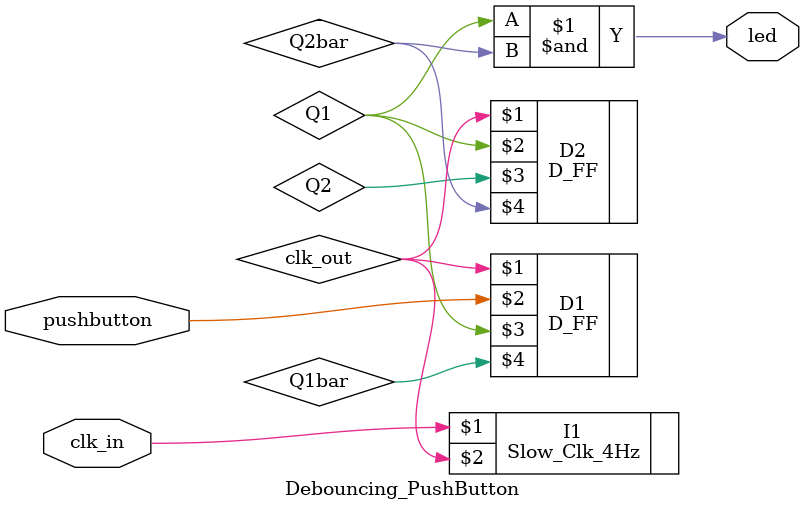
<source format=v>
`timescale 1ns / 1ps


module Debouncing_PushButton(
input pushbutton,
input clk_in,
output led );

wire clk_out;
wire Q1,Q1bar,Q2,Q2bar;

Slow_Clk_4Hz I1(clk_in,clk_out);
D_FF D1(clk_out,pushbutton,Q1,Q1bar);
D_FF D2(clk_out,Q1,Q2,Q2bar);

assign led= Q1&Q2bar;
endmodule

</source>
